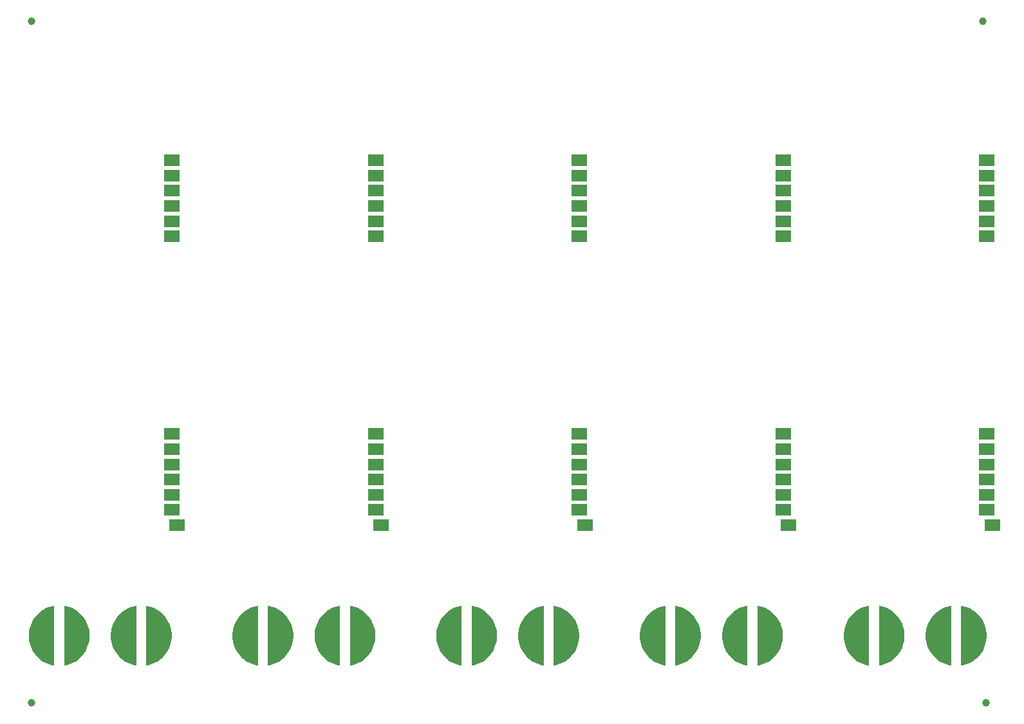
<source format=gtp>
G04*
G04 #@! TF.GenerationSoftware,Altium Limited,Altium Designer,20.1.14 (287)*
G04*
G04 Layer_Color=8421504*
%FSAX25Y25*%
%MOIN*%
G70*
G04*
G04 #@! TF.SameCoordinates,1811FDE6-F90D-4AF7-B065-783B26A83BD4*
G04*
G04*
G04 #@! TF.FilePolarity,Positive*
G04*
G01*
G75*
%ADD10C,0.03937*%
%ADD13R,0.07874X0.05906*%
%ADD80C,0.00039*%
G36*
X0521588Y0064994D02*
X0523365Y0064482D01*
X0525070Y0063766D01*
X0526680Y0062854D01*
X0528171Y0061761D01*
X0529525Y0060501D01*
X0530722Y0059091D01*
X0531745Y0057551D01*
X0532581Y0055901D01*
X0533219Y0054166D01*
X0533648Y0052367D01*
X0533865Y0050530D01*
Y0049606D01*
X0533865Y0048681D01*
X0533648Y0046844D01*
X0533219Y0045046D01*
X0532581Y0043310D01*
X0531745Y0041660D01*
X0530722Y0040120D01*
X0529525Y0038710D01*
X0528171Y0037450D01*
X0526680Y0036356D01*
X0525070Y0035445D01*
X0523365Y0034729D01*
X0521588Y0034217D01*
X0520676Y0034067D01*
X0520676Y0034067D01*
Y0065144D01*
X0521588Y0064994D01*
D02*
G37*
G36*
X0479069D02*
X0480846Y0064482D01*
X0482550Y0063766D01*
X0484160Y0062854D01*
X0485652Y0061761D01*
X0487005Y0060501D01*
X0488202Y0059091D01*
X0489225Y0057551D01*
X0490062Y0055901D01*
X0490699Y0054166D01*
X0491129Y0052367D01*
X0491345Y0050530D01*
Y0049606D01*
X0491345Y0048681D01*
X0491129Y0046844D01*
X0490699Y0045046D01*
X0490062Y0043310D01*
X0489225Y0041660D01*
X0488202Y0040120D01*
X0487005Y0038710D01*
X0485652Y0037450D01*
X0484160Y0036356D01*
X0482551Y0035445D01*
X0480846Y0034729D01*
X0479069Y0034217D01*
X0478156Y0034067D01*
X0478156Y0034067D01*
Y0065144D01*
X0479069Y0064994D01*
D02*
G37*
G36*
X0416075D02*
X0417852Y0064482D01*
X0419557Y0063766D01*
X0421166Y0062854D01*
X0422658Y0061761D01*
X0424012Y0060501D01*
X0425208Y0059091D01*
X0426232Y0057551D01*
X0427068Y0055901D01*
X0427705Y0054166D01*
X0428135Y0052367D01*
X0428352Y0050530D01*
Y0049606D01*
X0428352Y0048681D01*
X0428135Y0046844D01*
X0427705Y0045046D01*
X0427068Y0043310D01*
X0426232Y0041660D01*
X0425208Y0040120D01*
X0424012Y0038710D01*
X0422658Y0037450D01*
X0421166Y0036356D01*
X0419557Y0035445D01*
X0417852Y0034729D01*
X0416075Y0034217D01*
X0415163Y0034067D01*
X0415163Y0034067D01*
Y0065144D01*
X0416075Y0064994D01*
D02*
G37*
G36*
X0373555D02*
X0375332Y0064482D01*
X0377037Y0063766D01*
X0378647Y0062854D01*
X0380138Y0061761D01*
X0381492Y0060501D01*
X0382689Y0059091D01*
X0383712Y0057551D01*
X0384548Y0055901D01*
X0385186Y0054166D01*
X0385616Y0052367D01*
X0385832Y0050530D01*
Y0049606D01*
X0385832Y0048681D01*
X0385616Y0046844D01*
X0385186Y0045046D01*
X0384548Y0043310D01*
X0383712Y0041660D01*
X0382689Y0040120D01*
X0381492Y0038710D01*
X0380138Y0037450D01*
X0378647Y0036356D01*
X0377037Y0035445D01*
X0375332Y0034729D01*
X0373555Y0034217D01*
X0372643Y0034067D01*
X0372643Y0034067D01*
Y0065144D01*
X0373555Y0064994D01*
D02*
G37*
G36*
X0310562D02*
X0312339Y0064482D01*
X0314044Y0063766D01*
X0315653Y0062854D01*
X0317145Y0061761D01*
X0318498Y0060501D01*
X0319695Y0059091D01*
X0320719Y0057551D01*
X0321555Y0055901D01*
X0322192Y0054166D01*
X0322622Y0052367D01*
X0322838Y0050530D01*
Y0049606D01*
X0322838Y0048681D01*
X0322622Y0046844D01*
X0322192Y0045046D01*
X0321555Y0043310D01*
X0320719Y0041660D01*
X0319695Y0040120D01*
X0318498Y0038710D01*
X0317145Y0037450D01*
X0315653Y0036356D01*
X0314044Y0035445D01*
X0312339Y0034729D01*
X0310562Y0034217D01*
X0309649Y0034067D01*
X0309649Y0034067D01*
Y0065144D01*
X0310562Y0064994D01*
D02*
G37*
G36*
X0268042D02*
X0269819Y0064482D01*
X0271524Y0063766D01*
X0273133Y0062854D01*
X0274625Y0061761D01*
X0275979Y0060501D01*
X0277175Y0059091D01*
X0278199Y0057551D01*
X0279035Y0055901D01*
X0279673Y0054166D01*
X0280102Y0052367D01*
X0280319Y0050530D01*
Y0049606D01*
X0280319Y0048681D01*
X0280102Y0046844D01*
X0279673Y0045046D01*
X0279035Y0043310D01*
X0278199Y0041660D01*
X0277175Y0040120D01*
X0275979Y0038710D01*
X0274625Y0037450D01*
X0273133Y0036356D01*
X0271524Y0035445D01*
X0269819Y0034729D01*
X0268042Y0034217D01*
X0267130Y0034067D01*
X0267130Y0034067D01*
Y0065144D01*
X0268042Y0064994D01*
D02*
G37*
G36*
X0205049D02*
X0206826Y0064482D01*
X0208530Y0063766D01*
X0210140Y0062854D01*
X0211632Y0061761D01*
X0212985Y0060501D01*
X0214182Y0059091D01*
X0215205Y0057551D01*
X0216041Y0055901D01*
X0216679Y0054166D01*
X0217109Y0052367D01*
X0217325Y0050530D01*
Y0049606D01*
X0217325Y0048681D01*
X0217109Y0046844D01*
X0216679Y0045046D01*
X0216042Y0043310D01*
X0215205Y0041660D01*
X0214182Y0040120D01*
X0212985Y0038710D01*
X0211632Y0037450D01*
X0210140Y0036356D01*
X0208531Y0035445D01*
X0206826Y0034729D01*
X0205049Y0034217D01*
X0204136Y0034067D01*
X0204136Y0034067D01*
Y0065144D01*
X0205049Y0064994D01*
D02*
G37*
G36*
X0162529D02*
X0164306Y0064482D01*
X0166011Y0063766D01*
X0167620Y0062854D01*
X0169112Y0061761D01*
X0170465Y0060501D01*
X0171662Y0059091D01*
X0172686Y0057551D01*
X0173522Y0055901D01*
X0174159Y0054166D01*
X0174589Y0052367D01*
X0174806Y0050530D01*
Y0049606D01*
X0174806Y0048681D01*
X0174589Y0046844D01*
X0174159Y0045046D01*
X0173522Y0043310D01*
X0172686Y0041660D01*
X0171662Y0040120D01*
X0170465Y0038710D01*
X0169112Y0037450D01*
X0167620Y0036356D01*
X0166011Y0035445D01*
X0164306Y0034729D01*
X0162529Y0034217D01*
X0161617Y0034067D01*
X0161617Y0034067D01*
Y0065144D01*
X0162529Y0064994D01*
D02*
G37*
G36*
X0099535D02*
X0101312Y0064482D01*
X0103017Y0063766D01*
X0104627Y0062854D01*
X0106118Y0061761D01*
X0107472Y0060501D01*
X0108669Y0059091D01*
X0109692Y0057551D01*
X0110528Y0055901D01*
X0111166Y0054166D01*
X0111596Y0052367D01*
X0111812Y0050530D01*
Y0049606D01*
X0111812Y0048681D01*
X0111596Y0046844D01*
X0111166Y0045046D01*
X0110528Y0043310D01*
X0109692Y0041660D01*
X0108669Y0040120D01*
X0107472Y0038710D01*
X0106118Y0037450D01*
X0104627Y0036356D01*
X0103017Y0035445D01*
X0101312Y0034729D01*
X0099535Y0034217D01*
X0098623Y0034067D01*
X0098623Y0034067D01*
Y0065144D01*
X0099535Y0064994D01*
D02*
G37*
G36*
X0057016D02*
X0058793Y0064482D01*
X0060498Y0063766D01*
X0062107Y0062854D01*
X0063599Y0061761D01*
X0064952Y0060501D01*
X0066149Y0059091D01*
X0067172Y0057551D01*
X0068009Y0055901D01*
X0068646Y0054166D01*
X0069076Y0052367D01*
X0069292Y0050530D01*
Y0049606D01*
X0069292Y0048681D01*
X0069076Y0046844D01*
X0068646Y0045046D01*
X0068009Y0043310D01*
X0067172Y0041660D01*
X0066149Y0040120D01*
X0064952Y0038710D01*
X0063599Y0037450D01*
X0062107Y0036356D01*
X0060498Y0035445D01*
X0058793Y0034729D01*
X0057016Y0034217D01*
X0056103Y0034067D01*
X0056103Y0034067D01*
Y0065144D01*
X0057016Y0064994D01*
D02*
G37*
G36*
X0515558Y0034067D02*
X0514645Y0034217D01*
X0512868Y0034729D01*
X0511163Y0035445D01*
X0509554Y0036356D01*
X0508062Y0037449D01*
X0506709Y0038710D01*
X0505512Y0040120D01*
X0504489Y0041660D01*
X0503652Y0043309D01*
X0503015Y0045045D01*
X0502585Y0046844D01*
X0502369Y0048681D01*
Y0049605D01*
Y0049605D01*
X0502369Y0050530D01*
X0502585Y0052367D01*
X0503015Y0054165D01*
X0503652Y0055901D01*
X0504489Y0057551D01*
X0505512Y0059091D01*
X0506709Y0060501D01*
X0508062Y0061761D01*
X0509554Y0062854D01*
X0511163Y0063765D01*
X0512868Y0064482D01*
X0514645Y0064994D01*
X0515558Y0065144D01*
X0515558Y0065144D01*
X0515558Y0034067D01*
D02*
G37*
G36*
X0473038D02*
X0472126Y0034217D01*
X0470349Y0034729D01*
X0468644Y0035445D01*
X0467034Y0036356D01*
X0465543Y0037449D01*
X0464189Y0038710D01*
X0462992Y0040120D01*
X0461969Y0041660D01*
X0461133Y0043309D01*
X0460495Y0045045D01*
X0460065Y0046844D01*
X0459849Y0048681D01*
Y0049605D01*
Y0049605D01*
X0459849Y0050530D01*
X0460065Y0052367D01*
X0460495Y0054165D01*
X0461133Y0055901D01*
X0461969Y0057551D01*
X0462992Y0059091D01*
X0464189Y0060501D01*
X0465543Y0061761D01*
X0467034Y0062854D01*
X0468644Y0063765D01*
X0470349Y0064482D01*
X0472126Y0064994D01*
X0473038Y0065144D01*
X0473038Y0065144D01*
X0473038Y0034067D01*
D02*
G37*
G36*
X0410044D02*
X0409132Y0034217D01*
X0407355Y0034729D01*
X0405650Y0035445D01*
X0404041Y0036356D01*
X0402549Y0037449D01*
X0401196Y0038710D01*
X0399999Y0040120D01*
X0398975Y0041660D01*
X0398139Y0043309D01*
X0397502Y0045045D01*
X0397072Y0046844D01*
X0396855Y0048681D01*
Y0049605D01*
Y0049605D01*
X0396855Y0050530D01*
X0397072Y0052367D01*
X0397502Y0054165D01*
X0398139Y0055901D01*
X0398975Y0057551D01*
X0399999Y0059091D01*
X0401196Y0060501D01*
X0402549Y0061761D01*
X0404041Y0062854D01*
X0405650Y0063765D01*
X0407355Y0064482D01*
X0409132Y0064994D01*
X0410044Y0065144D01*
X0410044Y0065144D01*
X0410044Y0034067D01*
D02*
G37*
G36*
X0367525D02*
X0366612Y0034217D01*
X0364835Y0034729D01*
X0363130Y0035445D01*
X0361521Y0036356D01*
X0360029Y0037449D01*
X0358676Y0038710D01*
X0357479Y0040120D01*
X0356456Y0041660D01*
X0355620Y0043309D01*
X0354982Y0045045D01*
X0354552Y0046844D01*
X0354336Y0048681D01*
Y0049605D01*
Y0049605D01*
X0354336Y0050530D01*
X0354552Y0052367D01*
X0354982Y0054165D01*
X0355620Y0055901D01*
X0356456Y0057551D01*
X0357479Y0059091D01*
X0358676Y0060501D01*
X0360029Y0061761D01*
X0361521Y0062854D01*
X0363130Y0063765D01*
X0364835Y0064482D01*
X0366612Y0064994D01*
X0367525Y0065144D01*
X0367525Y0065144D01*
X0367525Y0034067D01*
D02*
G37*
G36*
X0304531D02*
X0303619Y0034217D01*
X0301842Y0034729D01*
X0300137Y0035445D01*
X0298528Y0036356D01*
X0297036Y0037449D01*
X0295682Y0038710D01*
X0294486Y0040120D01*
X0293462Y0041660D01*
X0292626Y0043309D01*
X0291988Y0045045D01*
X0291559Y0046844D01*
X0291342Y0048681D01*
Y0049605D01*
Y0049605D01*
X0291342Y0050530D01*
X0291559Y0052367D01*
X0291988Y0054165D01*
X0292626Y0055901D01*
X0293462Y0057551D01*
X0294486Y0059091D01*
X0295682Y0060501D01*
X0297036Y0061761D01*
X0298528Y0062854D01*
X0300137Y0063765D01*
X0301842Y0064482D01*
X0303619Y0064994D01*
X0304531Y0065144D01*
X0304531Y0065144D01*
X0304531Y0034067D01*
D02*
G37*
G36*
X0262012D02*
X0261099Y0034217D01*
X0259322Y0034729D01*
X0257617Y0035445D01*
X0256008Y0036356D01*
X0254516Y0037449D01*
X0253163Y0038710D01*
X0251966Y0040120D01*
X0250942Y0041660D01*
X0250106Y0043309D01*
X0249469Y0045045D01*
X0249039Y0046844D01*
X0248822Y0048681D01*
Y0049605D01*
Y0049605D01*
X0248822Y0050530D01*
X0249039Y0052367D01*
X0249469Y0054165D01*
X0250106Y0055901D01*
X0250942Y0057551D01*
X0251966Y0059091D01*
X0253163Y0060501D01*
X0254516Y0061761D01*
X0256008Y0062854D01*
X0257617Y0063765D01*
X0259322Y0064482D01*
X0261099Y0064994D01*
X0262012Y0065144D01*
X0262012Y0065144D01*
X0262012Y0034067D01*
D02*
G37*
G36*
X0199018D02*
X0198106Y0034217D01*
X0196329Y0034729D01*
X0194624Y0035445D01*
X0193014Y0036356D01*
X0191523Y0037449D01*
X0190169Y0038710D01*
X0188972Y0040120D01*
X0187949Y0041660D01*
X0187113Y0043309D01*
X0186475Y0045045D01*
X0186045Y0046844D01*
X0185829Y0048681D01*
Y0049605D01*
Y0049605D01*
X0185829Y0050530D01*
X0186045Y0052367D01*
X0186475Y0054165D01*
X0187113Y0055901D01*
X0187949Y0057551D01*
X0188972Y0059091D01*
X0190169Y0060501D01*
X0191523Y0061761D01*
X0193014Y0062854D01*
X0194624Y0063765D01*
X0196329Y0064482D01*
X0198106Y0064994D01*
X0199018Y0065144D01*
X0199018Y0065144D01*
X0199018Y0034067D01*
D02*
G37*
G36*
X0156498D02*
X0155586Y0034217D01*
X0153809Y0034729D01*
X0152104Y0035445D01*
X0150495Y0036356D01*
X0149003Y0037449D01*
X0147650Y0038710D01*
X0146453Y0040120D01*
X0145429Y0041660D01*
X0144593Y0043309D01*
X0143956Y0045045D01*
X0143526Y0046844D01*
X0143309Y0048681D01*
Y0049605D01*
Y0049605D01*
X0143309Y0050530D01*
X0143526Y0052367D01*
X0143956Y0054165D01*
X0144593Y0055901D01*
X0145429Y0057551D01*
X0146453Y0059091D01*
X0147650Y0060501D01*
X0149003Y0061761D01*
X0150495Y0062854D01*
X0152104Y0063765D01*
X0153809Y0064482D01*
X0155586Y0064994D01*
X0156498Y0065144D01*
X0156498Y0065144D01*
X0156498Y0034067D01*
D02*
G37*
G36*
X0093505D02*
X0092593Y0034217D01*
X0090815Y0034729D01*
X0089110Y0035445D01*
X0087501Y0036356D01*
X0086010Y0037449D01*
X0084656Y0038710D01*
X0083459Y0040120D01*
X0082436Y0041660D01*
X0081599Y0043309D01*
X0080962Y0045045D01*
X0080532Y0046844D01*
X0080316Y0048681D01*
Y0049605D01*
Y0049605D01*
X0080316Y0050530D01*
X0080532Y0052367D01*
X0080962Y0054165D01*
X0081599Y0055901D01*
X0082436Y0057551D01*
X0083459Y0059091D01*
X0084656Y0060501D01*
X0086009Y0061761D01*
X0087501Y0062854D01*
X0089110Y0063765D01*
X0090815Y0064482D01*
X0092592Y0064994D01*
X0093505Y0065144D01*
X0093505Y0065144D01*
X0093505Y0034067D01*
D02*
G37*
G36*
X0050985D02*
X0050073Y0034217D01*
X0048296Y0034729D01*
X0046591Y0035445D01*
X0044982Y0036356D01*
X0043490Y0037449D01*
X0042136Y0038710D01*
X0040940Y0040120D01*
X0039916Y0041660D01*
X0039080Y0043309D01*
X0038442Y0045045D01*
X0038012Y0046844D01*
X0037796Y0048681D01*
Y0049605D01*
Y0049605D01*
X0037796Y0050530D01*
X0038012Y0052367D01*
X0038442Y0054165D01*
X0039080Y0055901D01*
X0039916Y0057551D01*
X0040940Y0059091D01*
X0042136Y0060501D01*
X0043490Y0061761D01*
X0044981Y0062854D01*
X0046591Y0063765D01*
X0048296Y0064482D01*
X0050073Y0064994D01*
X0050985Y0065144D01*
X0050985Y0065144D01*
X0050985Y0034067D01*
D02*
G37*
D10*
X0039370Y0367913D02*
D03*
X0533543Y0014764D02*
D03*
X0531890Y0367913D02*
D03*
X0039370Y0014764D02*
D03*
D13*
X0114706Y0107002D02*
D03*
X0111890Y0146221D02*
D03*
Y0138347D02*
D03*
Y0122599D02*
D03*
X0111969Y0114725D02*
D03*
X0111890Y0130473D02*
D03*
X0111969Y0154095D02*
D03*
X0111969Y0295827D02*
D03*
X0111890Y0272205D02*
D03*
X0111969Y0256457D02*
D03*
X0111890Y0264331D02*
D03*
Y0280079D02*
D03*
Y0287953D02*
D03*
X0220219Y0107002D02*
D03*
X0217403Y0146221D02*
D03*
Y0138347D02*
D03*
Y0122599D02*
D03*
X0217482Y0114725D02*
D03*
X0217403Y0130473D02*
D03*
X0217482Y0154095D02*
D03*
X0217482Y0295827D02*
D03*
X0217403Y0272205D02*
D03*
X0217482Y0256457D02*
D03*
X0217403Y0264331D02*
D03*
Y0280079D02*
D03*
Y0287953D02*
D03*
X0325732Y0107002D02*
D03*
X0322916Y0146221D02*
D03*
Y0138347D02*
D03*
Y0122599D02*
D03*
X0322995Y0114725D02*
D03*
X0322916Y0130473D02*
D03*
X0322995Y0154095D02*
D03*
X0322995Y0295827D02*
D03*
X0322916Y0272205D02*
D03*
X0322995Y0256457D02*
D03*
X0322916Y0264331D02*
D03*
Y0280079D02*
D03*
Y0287953D02*
D03*
X0431245Y0107002D02*
D03*
X0428430Y0146221D02*
D03*
Y0138347D02*
D03*
Y0122599D02*
D03*
X0428508Y0114725D02*
D03*
X0428430Y0130473D02*
D03*
X0428508Y0154095D02*
D03*
X0428508Y0295827D02*
D03*
X0428430Y0272205D02*
D03*
X0428508Y0256457D02*
D03*
X0428430Y0264331D02*
D03*
Y0280079D02*
D03*
Y0287953D02*
D03*
X0536759Y0107002D02*
D03*
X0533943Y0146221D02*
D03*
Y0138347D02*
D03*
Y0122599D02*
D03*
X0534021Y0114725D02*
D03*
X0533943Y0130473D02*
D03*
X0534021Y0154095D02*
D03*
X0534022Y0295827D02*
D03*
X0533943Y0272205D02*
D03*
X0534022Y0256457D02*
D03*
X0533943Y0264331D02*
D03*
Y0280079D02*
D03*
Y0287953D02*
D03*
D80*
X0035532Y0125708D02*
D03*
X0040532D02*
D03*
X0035532Y0120708D02*
D03*
X0040532D02*
D03*
X0035532Y0115708D02*
D03*
X0040532D02*
D03*
X0141046Y0125708D02*
D03*
X0146046D02*
D03*
X0141046Y0120708D02*
D03*
X0146046D02*
D03*
X0141046Y0115708D02*
D03*
X0146046D02*
D03*
X0246559Y0125708D02*
D03*
X0251559D02*
D03*
X0246559Y0120708D02*
D03*
X0251559D02*
D03*
X0246559Y0115708D02*
D03*
X0251559D02*
D03*
X0352072Y0125708D02*
D03*
X0357072D02*
D03*
X0352072Y0120708D02*
D03*
X0357072D02*
D03*
X0352072Y0115708D02*
D03*
X0357072D02*
D03*
X0457585Y0125708D02*
D03*
X0462585D02*
D03*
X0457585Y0120708D02*
D03*
X0462585D02*
D03*
X0457585Y0115708D02*
D03*
X0462585D02*
D03*
M02*

</source>
